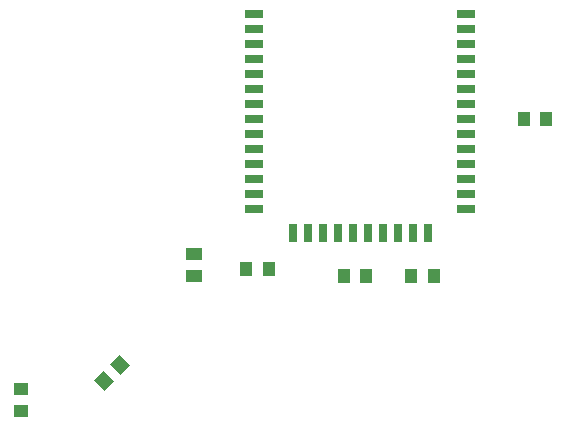
<source format=gbr>
G04 DipTrace 3.2.0.1*
G04 BottomPaste.gbr*
%MOIN*%
G04 #@! TF.FileFunction,Paste,Bot*
G04 #@! TF.Part,Single*
%AMOUTLINE8*
4,1,4,
0.025591,-0.021654,
-0.025591,-0.021654,
-0.025591,0.021654,
0.025591,0.021654,
0.025591,-0.021654,
0*%
%AMOUTLINE11*
4,1,4,
-0.002783,0.033406,
0.033406,-0.002783,
0.002783,-0.033406,
-0.033406,0.002783,
-0.002783,0.033406,
0*%
%ADD59R,0.027559X0.059055*%
%ADD61R,0.059055X0.027559*%
%ADD63R,0.051181X0.043307*%
%ADD65R,0.043307X0.051181*%
%ADD94OUTLINE8*%
%ADD97OUTLINE11*%
%FSLAX26Y26*%
G04*
G70*
G90*
G75*
G01*
G04 BotPaste*
%LPD*%
D65*
X2818701Y1693701D3*
X2893504D3*
X1893701Y1193701D3*
X1968504D3*
X2518701Y1168701D3*
X2443898D3*
D63*
X1143701Y793701D3*
Y718898D3*
D94*
X1718701Y1243699D3*
Y1168896D3*
D97*
X1418701Y818701D3*
X1471596Y871596D3*
D65*
X2293701Y1168701D3*
X2218898D3*
D61*
X2627740Y2043701D3*
Y1993701D3*
Y1943701D3*
Y1893701D3*
Y1843701D3*
Y1793701D3*
Y1743701D3*
Y1693701D3*
Y1643701D3*
Y1593701D3*
Y1543701D3*
Y1493701D3*
Y1443701D3*
Y1393701D3*
D59*
X2498409Y1314370D3*
X2448701Y1314488D3*
X2398701D3*
X2348701D3*
X2298701D3*
X2248701D3*
X2198701D3*
X2148701D3*
X2098701D3*
X2048701D3*
D61*
X1918701Y1393488D3*
Y1443488D3*
Y1493488D3*
Y1543488D3*
Y1593488D3*
Y1643488D3*
Y1693488D3*
Y1743488D3*
Y1793488D3*
Y1843488D3*
Y1893488D3*
Y1943488D3*
Y1993488D3*
Y2043488D3*
M02*

</source>
